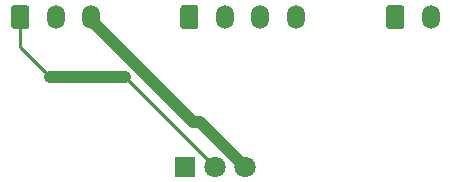
<source format=gbr>
G04 #@! TF.GenerationSoftware,KiCad,Pcbnew,5.1.3-ffb9f22~84~ubuntu18.10.1*
G04 #@! TF.CreationDate,2019-10-10T16:21:08+02:00*
G04 #@! TF.ProjectId,upuaut,75707561-7574-42e6-9b69-6361645f7063,rev?*
G04 #@! TF.SameCoordinates,Original*
G04 #@! TF.FileFunction,Copper,L1,Top*
G04 #@! TF.FilePolarity,Positive*
%FSLAX46Y46*%
G04 Gerber Fmt 4.6, Leading zero omitted, Abs format (unit mm)*
G04 Created by KiCad (PCBNEW 5.1.3-ffb9f22~84~ubuntu18.10.1) date 2019-10-10 16:21:08*
%MOMM*%
%LPD*%
G04 APERTURE LIST*
%ADD10C,0.100000*%
%ADD11C,1.500000*%
%ADD12O,1.500000X2.020000*%
%ADD13R,1.800000X1.800000*%
%ADD14C,1.800000*%
%ADD15C,1.000000*%
%ADD16C,0.250000*%
G04 APERTURE END LIST*
D10*
G36*
X105934504Y-49791204D02*
G01*
X105958773Y-49794804D01*
X105982571Y-49800765D01*
X106005671Y-49809030D01*
X106027849Y-49819520D01*
X106048893Y-49832133D01*
X106068598Y-49846747D01*
X106086777Y-49863223D01*
X106103253Y-49881402D01*
X106117867Y-49901107D01*
X106130480Y-49922151D01*
X106140970Y-49944329D01*
X106149235Y-49967429D01*
X106155196Y-49991227D01*
X106158796Y-50015496D01*
X106160000Y-50040000D01*
X106160000Y-51560000D01*
X106158796Y-51584504D01*
X106155196Y-51608773D01*
X106149235Y-51632571D01*
X106140970Y-51655671D01*
X106130480Y-51677849D01*
X106117867Y-51698893D01*
X106103253Y-51718598D01*
X106086777Y-51736777D01*
X106068598Y-51753253D01*
X106048893Y-51767867D01*
X106027849Y-51780480D01*
X106005671Y-51790970D01*
X105982571Y-51799235D01*
X105958773Y-51805196D01*
X105934504Y-51808796D01*
X105910000Y-51810000D01*
X104910000Y-51810000D01*
X104885496Y-51808796D01*
X104861227Y-51805196D01*
X104837429Y-51799235D01*
X104814329Y-51790970D01*
X104792151Y-51780480D01*
X104771107Y-51767867D01*
X104751402Y-51753253D01*
X104733223Y-51736777D01*
X104716747Y-51718598D01*
X104702133Y-51698893D01*
X104689520Y-51677849D01*
X104679030Y-51655671D01*
X104670765Y-51632571D01*
X104664804Y-51608773D01*
X104661204Y-51584504D01*
X104660000Y-51560000D01*
X104660000Y-50040000D01*
X104661204Y-50015496D01*
X104664804Y-49991227D01*
X104670765Y-49967429D01*
X104679030Y-49944329D01*
X104689520Y-49922151D01*
X104702133Y-49901107D01*
X104716747Y-49881402D01*
X104733223Y-49863223D01*
X104751402Y-49846747D01*
X104771107Y-49832133D01*
X104792151Y-49819520D01*
X104814329Y-49809030D01*
X104837429Y-49800765D01*
X104861227Y-49794804D01*
X104885496Y-49791204D01*
X104910000Y-49790000D01*
X105910000Y-49790000D01*
X105934504Y-49791204D01*
X105934504Y-49791204D01*
G37*
D11*
X105410000Y-50800000D03*
D12*
X108410000Y-50800000D03*
X111410000Y-50800000D03*
D10*
G36*
X137684504Y-49791204D02*
G01*
X137708773Y-49794804D01*
X137732571Y-49800765D01*
X137755671Y-49809030D01*
X137777849Y-49819520D01*
X137798893Y-49832133D01*
X137818598Y-49846747D01*
X137836777Y-49863223D01*
X137853253Y-49881402D01*
X137867867Y-49901107D01*
X137880480Y-49922151D01*
X137890970Y-49944329D01*
X137899235Y-49967429D01*
X137905196Y-49991227D01*
X137908796Y-50015496D01*
X137910000Y-50040000D01*
X137910000Y-51560000D01*
X137908796Y-51584504D01*
X137905196Y-51608773D01*
X137899235Y-51632571D01*
X137890970Y-51655671D01*
X137880480Y-51677849D01*
X137867867Y-51698893D01*
X137853253Y-51718598D01*
X137836777Y-51736777D01*
X137818598Y-51753253D01*
X137798893Y-51767867D01*
X137777849Y-51780480D01*
X137755671Y-51790970D01*
X137732571Y-51799235D01*
X137708773Y-51805196D01*
X137684504Y-51808796D01*
X137660000Y-51810000D01*
X136660000Y-51810000D01*
X136635496Y-51808796D01*
X136611227Y-51805196D01*
X136587429Y-51799235D01*
X136564329Y-51790970D01*
X136542151Y-51780480D01*
X136521107Y-51767867D01*
X136501402Y-51753253D01*
X136483223Y-51736777D01*
X136466747Y-51718598D01*
X136452133Y-51698893D01*
X136439520Y-51677849D01*
X136429030Y-51655671D01*
X136420765Y-51632571D01*
X136414804Y-51608773D01*
X136411204Y-51584504D01*
X136410000Y-51560000D01*
X136410000Y-50040000D01*
X136411204Y-50015496D01*
X136414804Y-49991227D01*
X136420765Y-49967429D01*
X136429030Y-49944329D01*
X136439520Y-49922151D01*
X136452133Y-49901107D01*
X136466747Y-49881402D01*
X136483223Y-49863223D01*
X136501402Y-49846747D01*
X136521107Y-49832133D01*
X136542151Y-49819520D01*
X136564329Y-49809030D01*
X136587429Y-49800765D01*
X136611227Y-49794804D01*
X136635496Y-49791204D01*
X136660000Y-49790000D01*
X137660000Y-49790000D01*
X137684504Y-49791204D01*
X137684504Y-49791204D01*
G37*
D11*
X137160000Y-50800000D03*
D12*
X140160000Y-50800000D03*
D10*
G36*
X120254504Y-49791204D02*
G01*
X120278773Y-49794804D01*
X120302571Y-49800765D01*
X120325671Y-49809030D01*
X120347849Y-49819520D01*
X120368893Y-49832133D01*
X120388598Y-49846747D01*
X120406777Y-49863223D01*
X120423253Y-49881402D01*
X120437867Y-49901107D01*
X120450480Y-49922151D01*
X120460970Y-49944329D01*
X120469235Y-49967429D01*
X120475196Y-49991227D01*
X120478796Y-50015496D01*
X120480000Y-50040000D01*
X120480000Y-51560000D01*
X120478796Y-51584504D01*
X120475196Y-51608773D01*
X120469235Y-51632571D01*
X120460970Y-51655671D01*
X120450480Y-51677849D01*
X120437867Y-51698893D01*
X120423253Y-51718598D01*
X120406777Y-51736777D01*
X120388598Y-51753253D01*
X120368893Y-51767867D01*
X120347849Y-51780480D01*
X120325671Y-51790970D01*
X120302571Y-51799235D01*
X120278773Y-51805196D01*
X120254504Y-51808796D01*
X120230000Y-51810000D01*
X119230000Y-51810000D01*
X119205496Y-51808796D01*
X119181227Y-51805196D01*
X119157429Y-51799235D01*
X119134329Y-51790970D01*
X119112151Y-51780480D01*
X119091107Y-51767867D01*
X119071402Y-51753253D01*
X119053223Y-51736777D01*
X119036747Y-51718598D01*
X119022133Y-51698893D01*
X119009520Y-51677849D01*
X118999030Y-51655671D01*
X118990765Y-51632571D01*
X118984804Y-51608773D01*
X118981204Y-51584504D01*
X118980000Y-51560000D01*
X118980000Y-50040000D01*
X118981204Y-50015496D01*
X118984804Y-49991227D01*
X118990765Y-49967429D01*
X118999030Y-49944329D01*
X119009520Y-49922151D01*
X119022133Y-49901107D01*
X119036747Y-49881402D01*
X119053223Y-49863223D01*
X119071402Y-49846747D01*
X119091107Y-49832133D01*
X119112151Y-49819520D01*
X119134329Y-49809030D01*
X119157429Y-49800765D01*
X119181227Y-49794804D01*
X119205496Y-49791204D01*
X119230000Y-49790000D01*
X120230000Y-49790000D01*
X120254504Y-49791204D01*
X120254504Y-49791204D01*
G37*
D11*
X119730000Y-50800000D03*
D12*
X122730000Y-50800000D03*
X125730000Y-50800000D03*
X128730000Y-50800000D03*
D13*
X119380000Y-63500000D03*
D14*
X121920000Y-63500000D03*
X124460000Y-63500000D03*
D15*
X114300000Y-55880000D02*
X107950000Y-55880000D01*
D16*
X121920000Y-63500000D02*
X114300000Y-55880000D01*
X105410000Y-53340000D02*
X105410000Y-50800000D01*
X107950000Y-55880000D02*
X105410000Y-53340000D01*
D15*
X111410000Y-51060000D02*
X120040000Y-59690000D01*
X111410000Y-50800000D02*
X111410000Y-51060000D01*
X120650000Y-59690000D02*
X124460000Y-63500000D01*
X120040000Y-59690000D02*
X120650000Y-59690000D01*
M02*

</source>
